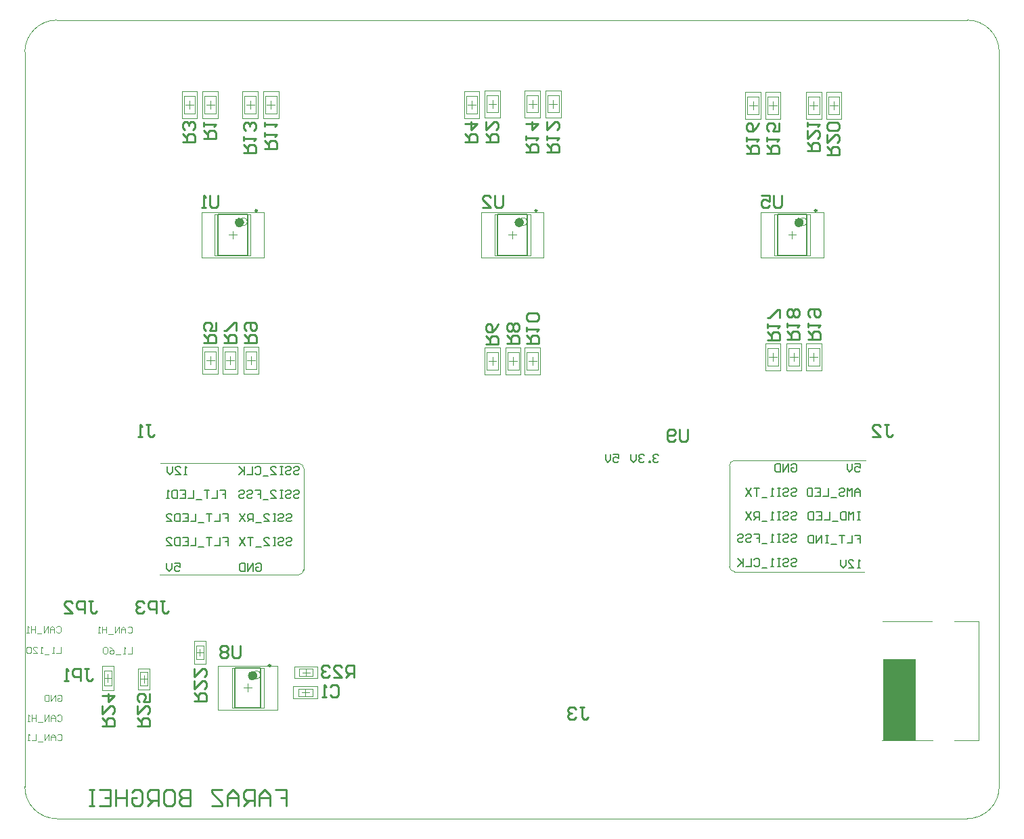
<source format=gbo>
G04*
G04 #@! TF.GenerationSoftware,Altium Limited,Altium Designer,19.1.8 (144)*
G04*
G04 Layer_Color=32896*
%FSLAX25Y25*%
%MOIN*%
G70*
G01*
G75*
%ADD10C,0.01000*%
%ADD13C,0.00394*%
%ADD14R,0.15945X0.40158*%
%ADD15C,0.00197*%
%ADD56C,0.00984*%
%ADD57C,0.02362*%
%ADD58C,0.00787*%
%ADD59C,0.00591*%
D10*
X210630Y354724D02*
X216628D01*
Y357723D01*
X215628Y358723D01*
X213629D01*
X212629Y357723D01*
Y354724D01*
Y356724D02*
X210630Y358723D01*
Y364721D02*
Y360722D01*
X214629Y364721D01*
X215628D01*
X216628Y363721D01*
Y361722D01*
X215628Y360722D01*
X216628Y370719D02*
Y366721D01*
X213629D01*
X214629Y368720D01*
Y369720D01*
X213629Y370719D01*
X211630D01*
X210630Y369720D01*
Y367720D01*
X211630Y366721D01*
X193307Y354724D02*
X199305D01*
Y357723D01*
X198305Y358723D01*
X196306D01*
X195306Y357723D01*
Y354724D01*
Y356724D02*
X193307Y358723D01*
Y364721D02*
Y360722D01*
X197306Y364721D01*
X198305D01*
X199305Y363721D01*
Y361722D01*
X198305Y360722D01*
X193307Y369720D02*
X199305D01*
X196306Y366721D01*
Y370719D01*
X238583Y366929D02*
X244581D01*
Y369928D01*
X243581Y370928D01*
X241582D01*
X240582Y369928D01*
Y366929D01*
Y368929D02*
X238583Y370928D01*
Y376926D02*
Y372927D01*
X242581Y376926D01*
X243581D01*
X244581Y375926D01*
Y373927D01*
X243581Y372927D01*
X238583Y382924D02*
Y378925D01*
X242581Y382924D01*
X243581D01*
X244581Y381924D01*
Y379925D01*
X243581Y378925D01*
X221815Y416497D02*
X223815D01*
X222815D01*
Y411498D01*
X223815Y410498D01*
X224815D01*
X225814Y411498D01*
X219816Y410498D02*
Y416497D01*
X216817D01*
X215817Y415497D01*
Y413497D01*
X216817Y412498D01*
X219816D01*
X213818Y415497D02*
X212818Y416497D01*
X210819D01*
X209819Y415497D01*
Y414497D01*
X210819Y413497D01*
X211819D01*
X210819D01*
X209819Y412498D01*
Y411498D01*
X210819Y410498D01*
X212818D01*
X213818Y411498D01*
X186730Y416460D02*
X188729D01*
X187729D01*
Y411461D01*
X188729Y410461D01*
X189729D01*
X190728Y411461D01*
X184730Y410461D02*
Y416460D01*
X181731D01*
X180732Y415460D01*
Y413460D01*
X181731Y412461D01*
X184730D01*
X174733Y410461D02*
X178732D01*
X174733Y414460D01*
Y415460D01*
X175733Y416460D01*
X177733D01*
X178732Y415460D01*
X278611Y323226D02*
X283858D01*
Y319290D01*
X281235D01*
X283858D01*
Y315354D01*
X275987D02*
Y320602D01*
X273363Y323226D01*
X270739Y320602D01*
Y315354D01*
Y319290D01*
X275987D01*
X268115Y315354D02*
Y323226D01*
X264180D01*
X262868Y321914D01*
Y319290D01*
X264180Y317978D01*
X268115D01*
X265492D02*
X262868Y315354D01*
X260244D02*
Y320602D01*
X257620Y323226D01*
X254996Y320602D01*
Y315354D01*
Y319290D01*
X260244D01*
X252372Y323226D02*
X247125D01*
Y321914D01*
X252372Y316666D01*
Y315354D01*
X247125D01*
X236629Y323226D02*
Y315354D01*
X232694D01*
X231382Y316666D01*
Y317978D01*
X232694Y319290D01*
X236629D01*
X232694D01*
X231382Y320602D01*
Y321914D01*
X232694Y323226D01*
X236629D01*
X224822D02*
X227446D01*
X228758Y321914D01*
Y316666D01*
X227446Y315354D01*
X224822D01*
X223510Y316666D01*
Y321914D01*
X224822Y323226D01*
X220886Y315354D02*
Y323226D01*
X216951D01*
X215639Y321914D01*
Y319290D01*
X216951Y317978D01*
X220886D01*
X218263D02*
X215639Y315354D01*
X207767Y321914D02*
X209079Y323226D01*
X211703D01*
X213015Y321914D01*
Y316666D01*
X211703Y315354D01*
X209079D01*
X207767Y316666D01*
Y319290D01*
X210391D01*
X205143Y323226D02*
Y315354D01*
Y319290D01*
X199896D01*
Y323226D01*
Y315354D01*
X192024Y323226D02*
X197272D01*
Y315354D01*
X192024D01*
X197272Y319290D02*
X194648D01*
X189400Y323226D02*
X186777D01*
X188089D01*
Y315354D01*
X189400D01*
X186777D01*
X184719Y383033D02*
X186718D01*
X185718D01*
Y378034D01*
X186718Y377035D01*
X187718D01*
X188717Y378034D01*
X182719Y377035D02*
Y383033D01*
X179720D01*
X178721Y382033D01*
Y380034D01*
X179720Y379034D01*
X182719D01*
X176721Y377035D02*
X174722D01*
X175722D01*
Y383033D01*
X176721Y382033D01*
X481496Y500880D02*
Y495882D01*
X480496Y494882D01*
X478497D01*
X477497Y495882D01*
Y500880D01*
X475498Y495882D02*
X474498Y494882D01*
X472499D01*
X471499Y495882D01*
Y499880D01*
X472499Y500880D01*
X474498D01*
X475498Y499880D01*
Y498881D01*
X474498Y497881D01*
X471499D01*
X578679Y503341D02*
X580678D01*
X579678D01*
Y498342D01*
X580678Y497342D01*
X581677D01*
X582677Y498342D01*
X572680Y497342D02*
X576679D01*
X572680Y501341D01*
Y502341D01*
X573680Y503341D01*
X575679D01*
X576679Y502341D01*
X214893Y503242D02*
X216892D01*
X215892D01*
Y498244D01*
X216892Y497244D01*
X217892D01*
X218891Y498244D01*
X212893Y497244D02*
X210894D01*
X211894D01*
Y503242D01*
X212893Y502243D01*
X428679Y363872D02*
X430678D01*
X429678D01*
Y358874D01*
X430678Y357874D01*
X431677D01*
X432677Y358874D01*
X426679Y362872D02*
X425679Y363872D01*
X423680D01*
X422680Y362872D01*
Y361873D01*
X423680Y360873D01*
X424680D01*
X423680D01*
X422680Y359873D01*
Y358874D01*
X423680Y357874D01*
X425679D01*
X426679Y358874D01*
X243307Y644488D02*
X249305D01*
Y647487D01*
X248306Y648487D01*
X246306D01*
X245306Y647487D01*
Y644488D01*
Y646488D02*
X243307Y648487D01*
Y650486D02*
Y652486D01*
Y651486D01*
X249305D01*
X248306Y650486D01*
X261244Y394422D02*
Y389423D01*
X260244Y388424D01*
X258245D01*
X257245Y389423D01*
Y394422D01*
X255246Y393422D02*
X254246Y394422D01*
X252247D01*
X251247Y393422D01*
Y392422D01*
X252247Y391423D01*
X251247Y390423D01*
Y389423D01*
X252247Y388424D01*
X254246D01*
X255246Y389423D01*
Y390423D01*
X254246Y391423D01*
X255246Y392422D01*
Y393422D01*
X254246Y391423D02*
X252247D01*
X527953Y616234D02*
Y611236D01*
X526953Y610236D01*
X524954D01*
X523954Y611236D01*
Y616234D01*
X517956D02*
X521955D01*
Y613235D01*
X519955Y614235D01*
X518956D01*
X517956Y613235D01*
Y611236D01*
X518956Y610236D01*
X520955D01*
X521955Y611236D01*
X390551Y616234D02*
Y611236D01*
X389551Y610236D01*
X387552D01*
X386553Y611236D01*
Y616234D01*
X380554Y610236D02*
X384553D01*
X380554Y614235D01*
Y615235D01*
X381554Y616234D01*
X383553D01*
X384553Y615235D01*
X250394Y616234D02*
Y611236D01*
X249394Y610236D01*
X247395D01*
X246395Y611236D01*
Y616234D01*
X244396Y610236D02*
X242396D01*
X243396D01*
Y616234D01*
X244396Y615235D01*
X317323Y378740D02*
Y384738D01*
X314324D01*
X313324Y383738D01*
Y381739D01*
X314324Y380739D01*
X317323D01*
X315323D02*
X313324Y378740D01*
X307326D02*
X311325D01*
X307326Y382739D01*
Y383738D01*
X308326Y384738D01*
X310325D01*
X311325Y383738D01*
X305327D02*
X304327Y384738D01*
X302328D01*
X301328Y383738D01*
Y382739D01*
X302328Y381739D01*
X303327D01*
X302328D01*
X301328Y380739D01*
Y379740D01*
X302328Y378740D01*
X304327D01*
X305327Y379740D01*
X540551Y638189D02*
X546549D01*
Y641188D01*
X545550Y642188D01*
X543550D01*
X542551Y641188D01*
Y638189D01*
Y640188D02*
X540551Y642188D01*
Y648186D02*
Y644187D01*
X544550Y648186D01*
X545550D01*
X546549Y647186D01*
Y645187D01*
X545550Y644187D01*
X540551Y650185D02*
Y652184D01*
Y651185D01*
X546549D01*
X545550Y650185D01*
X550394Y636221D02*
X556392D01*
Y639220D01*
X555392Y640219D01*
X553393D01*
X552393Y639220D01*
Y636221D01*
Y638220D02*
X550394Y640219D01*
Y646217D02*
Y642218D01*
X554392Y646217D01*
X555392D01*
X556392Y645218D01*
Y643218D01*
X555392Y642218D01*
Y648217D02*
X556392Y649216D01*
Y651216D01*
X555392Y652215D01*
X551393D01*
X550394Y651216D01*
Y649216D01*
X551393Y648217D01*
X555392D01*
X540945Y545276D02*
X546943D01*
Y548275D01*
X545943Y549274D01*
X543944D01*
X542944Y548275D01*
Y545276D01*
Y547275D02*
X540945Y549274D01*
Y551274D02*
Y553273D01*
Y552273D01*
X546943D01*
X545943Y551274D01*
X541945Y556272D02*
X540945Y557272D01*
Y559271D01*
X541945Y560271D01*
X545943D01*
X546943Y559271D01*
Y557272D01*
X545943Y556272D01*
X544944D01*
X543944Y557272D01*
Y560271D01*
X530709Y545276D02*
X536707D01*
Y548275D01*
X535707Y549274D01*
X533708D01*
X532708Y548275D01*
Y545276D01*
Y547275D02*
X530709Y549274D01*
Y551274D02*
Y553273D01*
Y552273D01*
X536707D01*
X535707Y551274D01*
Y556272D02*
X536707Y557272D01*
Y559271D01*
X535707Y560271D01*
X534707D01*
X533708Y559271D01*
X532708Y560271D01*
X531708D01*
X530709Y559271D01*
Y557272D01*
X531708Y556272D01*
X532708D01*
X533708Y557272D01*
X534707Y556272D01*
X535707D01*
X533708Y557272D02*
Y559271D01*
X520866Y544882D02*
X526864D01*
Y547881D01*
X525865Y548881D01*
X523865D01*
X522865Y547881D01*
Y544882D01*
Y546881D02*
X520866Y548881D01*
Y550880D02*
Y552879D01*
Y551880D01*
X526864D01*
X525865Y550880D01*
X526864Y555878D02*
Y559877D01*
X525865D01*
X521866Y555878D01*
X520866D01*
X510630Y637008D02*
X516628D01*
Y640007D01*
X515628Y641007D01*
X513629D01*
X512629Y640007D01*
Y637008D01*
Y639007D02*
X510630Y641007D01*
Y643006D02*
Y645005D01*
Y644006D01*
X516628D01*
X515628Y643006D01*
X516628Y652003D02*
X515628Y650004D01*
X513629Y648004D01*
X511630D01*
X510630Y649004D01*
Y651003D01*
X511630Y652003D01*
X512629D01*
X513629Y651003D01*
Y648004D01*
X520472Y637008D02*
X526471D01*
Y640007D01*
X525471Y641007D01*
X523471D01*
X522472Y640007D01*
Y637008D01*
Y639007D02*
X520472Y641007D01*
Y643006D02*
Y645005D01*
Y644006D01*
X526471D01*
X525471Y643006D01*
X526471Y652003D02*
Y648004D01*
X523471D01*
X524471Y650004D01*
Y651003D01*
X523471Y652003D01*
X521472D01*
X520472Y651003D01*
Y649004D01*
X521472Y648004D01*
X401968Y637795D02*
X407967D01*
Y640794D01*
X406967Y641794D01*
X404967D01*
X403968Y640794D01*
Y637795D01*
Y639795D02*
X401968Y641794D01*
Y643793D02*
Y645793D01*
Y644793D01*
X407967D01*
X406967Y643793D01*
X401968Y651791D02*
X407967D01*
X404967Y648792D01*
Y652790D01*
X262992Y637402D02*
X268990D01*
Y640401D01*
X267990Y641400D01*
X265991D01*
X264991Y640401D01*
Y637402D01*
Y639401D02*
X262992Y641400D01*
Y643400D02*
Y645399D01*
Y644399D01*
X268990D01*
X267990Y643400D01*
Y648398D02*
X268990Y649398D01*
Y651397D01*
X267990Y652397D01*
X266991D01*
X265991Y651397D01*
Y650397D01*
Y651397D01*
X264991Y652397D01*
X263992D01*
X262992Y651397D01*
Y649398D01*
X263992Y648398D01*
X412205Y637795D02*
X418203D01*
Y640794D01*
X417203Y641794D01*
X415204D01*
X414204Y640794D01*
Y637795D01*
Y639795D02*
X412205Y641794D01*
Y643793D02*
Y645793D01*
Y644793D01*
X418203D01*
X417203Y643793D01*
X412205Y652790D02*
Y648792D01*
X416203Y652790D01*
X417203D01*
X418203Y651791D01*
Y649791D01*
X417203Y648792D01*
X273228Y639370D02*
X279226D01*
Y642369D01*
X278227Y643369D01*
X276227D01*
X275228Y642369D01*
Y639370D01*
Y641369D02*
X273228Y643369D01*
Y645368D02*
Y647367D01*
Y646368D01*
X279226D01*
X278227Y645368D01*
X273228Y650366D02*
Y652366D01*
Y651366D01*
X279226D01*
X278227Y650366D01*
X402362Y543307D02*
X408360D01*
Y546306D01*
X407361Y547306D01*
X405361D01*
X404362Y546306D01*
Y543307D01*
Y545306D02*
X402362Y547306D01*
Y549305D02*
Y551304D01*
Y550305D01*
X408360D01*
X407361Y549305D01*
Y554304D02*
X408360Y555303D01*
Y557303D01*
X407361Y558302D01*
X403362D01*
X402362Y557303D01*
Y555303D01*
X403362Y554304D01*
X407361D01*
X263386Y543701D02*
X269384D01*
Y546700D01*
X268384Y547699D01*
X266385D01*
X265385Y546700D01*
Y543701D01*
Y545700D02*
X263386Y547699D01*
X264386Y549699D02*
X263386Y550699D01*
Y552698D01*
X264386Y553698D01*
X268384D01*
X269384Y552698D01*
Y550699D01*
X268384Y549699D01*
X267385D01*
X266385Y550699D01*
Y553698D01*
X392520Y543307D02*
X398518D01*
Y546306D01*
X397518Y547306D01*
X395519D01*
X394519Y546306D01*
Y543307D01*
Y545306D02*
X392520Y547306D01*
X397518Y549305D02*
X398518Y550305D01*
Y552304D01*
X397518Y553304D01*
X396518D01*
X395519Y552304D01*
X394519Y553304D01*
X393519D01*
X392520Y552304D01*
Y550305D01*
X393519Y549305D01*
X394519D01*
X395519Y550305D01*
X396518Y549305D01*
X397518D01*
X395519Y550305D02*
Y552304D01*
X253150Y543701D02*
X259148D01*
Y546700D01*
X258148Y547699D01*
X256149D01*
X255149Y546700D01*
Y543701D01*
Y545700D02*
X253150Y547699D01*
X259148Y549699D02*
Y553697D01*
X258148D01*
X254149Y549699D01*
X253150D01*
X382283Y542913D02*
X388281D01*
Y545912D01*
X387282Y546912D01*
X385282D01*
X384283Y545912D01*
Y542913D01*
Y544913D02*
X382283Y546912D01*
X388281Y552910D02*
X387282Y550911D01*
X385282Y548911D01*
X383283D01*
X382283Y549911D01*
Y551910D01*
X383283Y552910D01*
X384283D01*
X385282Y551910D01*
Y548911D01*
X243307Y543701D02*
X249305D01*
Y546700D01*
X248306Y547699D01*
X246306D01*
X245306Y546700D01*
Y543701D01*
Y545700D02*
X243307Y547699D01*
X249305Y553697D02*
Y549699D01*
X246306D01*
X247306Y551698D01*
Y552698D01*
X246306Y553697D01*
X244307D01*
X243307Y552698D01*
Y550699D01*
X244307Y549699D01*
X372047Y642520D02*
X378045D01*
Y645519D01*
X377046Y646518D01*
X375046D01*
X374047Y645519D01*
Y642520D01*
Y644519D02*
X372047Y646518D01*
Y651517D02*
X378045D01*
X375046Y648518D01*
Y652517D01*
X233071Y642520D02*
X239069D01*
Y645519D01*
X238069Y646518D01*
X236070D01*
X235070Y645519D01*
Y642520D01*
Y644519D02*
X233071Y646518D01*
X238069Y648518D02*
X239069Y649517D01*
Y651517D01*
X238069Y652516D01*
X237070D01*
X236070Y651517D01*
Y650517D01*
Y651517D01*
X235070Y652516D01*
X234071D01*
X233071Y651517D01*
Y649517D01*
X234071Y648518D01*
X382283Y642520D02*
X388281D01*
Y645519D01*
X387282Y646518D01*
X385282D01*
X384283Y645519D01*
Y642520D01*
Y644519D02*
X382283Y646518D01*
Y652517D02*
Y648518D01*
X386282Y652517D01*
X387282D01*
X388281Y651517D01*
Y649517D01*
X387282Y648518D01*
X305450Y373896D02*
X306450Y374896D01*
X308449D01*
X309449Y373896D01*
Y369897D01*
X308449Y368898D01*
X306450D01*
X305450Y369897D01*
X303451Y368898D02*
X301451D01*
X302451D01*
Y374896D01*
X303451Y373896D01*
D13*
X502165Y433346D02*
G03*
X504705Y430807I2539J0D01*
G01*
X504724Y485630D02*
G03*
X502185Y483091I0J-2539D01*
G01*
X289981Y429252D02*
G03*
X292520Y431791I-114J2653D01*
G01*
X292520Y481713D02*
G03*
X289981Y484252I-2539J0D01*
G01*
X502165Y433346D02*
Y483091D01*
X504705Y430807D02*
X568701Y430807D01*
X504724Y485630D02*
X569193D01*
X221457Y429232D02*
X290059Y429232D01*
X221949Y484252D02*
X289981Y484252D01*
X292520Y431595D02*
Y481713D01*
X205775Y403254D02*
X206300Y403779D01*
X207349D01*
X207874Y403254D01*
Y401155D01*
X207349Y400630D01*
X206300D01*
X205775Y401155D01*
X204725Y400630D02*
Y402729D01*
X203676Y403779D01*
X202626Y402729D01*
Y400630D01*
Y402204D01*
X204725D01*
X201577Y400630D02*
Y403779D01*
X199478Y400630D01*
Y403779D01*
X198428Y400105D02*
X196329D01*
X195280Y403779D02*
Y400630D01*
Y402204D01*
X193181D01*
Y403779D01*
Y400630D01*
X192131D02*
X191082D01*
X191606D01*
Y403779D01*
X192131Y403254D01*
X207874Y393542D02*
Y390394D01*
X205775D01*
X204725D02*
X203676D01*
X204201D01*
Y393542D01*
X204725Y393018D01*
X202102Y389869D02*
X200003D01*
X196854Y393542D02*
X197904Y393018D01*
X198953Y391968D01*
Y390918D01*
X198428Y390394D01*
X197379D01*
X196854Y390918D01*
Y391443D01*
X197379Y391968D01*
X198953D01*
X195804Y393018D02*
X195280Y393542D01*
X194230D01*
X193705Y393018D01*
Y390918D01*
X194230Y390394D01*
X195280D01*
X195804Y390918D01*
Y393018D01*
X172835Y393700D02*
Y390551D01*
X170736D01*
X169686D02*
X168637D01*
X169161D01*
Y393700D01*
X169686Y393175D01*
X167062Y390026D02*
X164963D01*
X163914Y390551D02*
X162864D01*
X163389D01*
Y393700D01*
X163914Y393175D01*
X159191Y390551D02*
X161290D01*
X159191Y392650D01*
Y393175D01*
X159715Y393700D01*
X160765D01*
X161290Y393175D01*
X158141D02*
X157616Y393700D01*
X156567D01*
X156042Y393175D01*
Y391076D01*
X156567Y390551D01*
X157616D01*
X158141Y391076D01*
Y393175D01*
X170736Y403411D02*
X171260Y403936D01*
X172310D01*
X172835Y403411D01*
Y401312D01*
X172310Y400787D01*
X171260D01*
X170736Y401312D01*
X169686Y400787D02*
Y402886D01*
X168637Y403936D01*
X167587Y402886D01*
Y400787D01*
Y402362D01*
X169686D01*
X166537Y400787D02*
Y403936D01*
X164438Y400787D01*
Y403936D01*
X163389Y400263D02*
X161290D01*
X160240Y403936D02*
Y400787D01*
Y402362D01*
X158141D01*
Y403936D01*
Y400787D01*
X157092D02*
X156042D01*
X156567D01*
Y403936D01*
X157092Y403411D01*
X171129Y369553D02*
X171654Y370078D01*
X172704D01*
X173228Y369553D01*
Y367454D01*
X172704Y366929D01*
X171654D01*
X171129Y367454D01*
Y368503D01*
X172179D01*
X170080Y366929D02*
Y370078D01*
X167981Y366929D01*
Y370078D01*
X166931D02*
Y366929D01*
X165357D01*
X164832Y367454D01*
Y369553D01*
X165357Y370078D01*
X166931D01*
X171129Y350262D02*
X171654Y350786D01*
X172704D01*
X173228Y350262D01*
Y348163D01*
X172704Y347638D01*
X171654D01*
X171129Y348163D01*
X170080Y347638D02*
Y349737D01*
X169030Y350786D01*
X167981Y349737D01*
Y347638D01*
Y349212D01*
X170080D01*
X166931Y347638D02*
Y350786D01*
X164832Y347638D01*
Y350786D01*
X163783Y347113D02*
X161683D01*
X160634Y350786D02*
Y347638D01*
X158535D01*
X157485D02*
X156436D01*
X156961D01*
Y350786D01*
X157485Y350262D01*
X171129Y359710D02*
X171654Y360235D01*
X172704D01*
X173228Y359710D01*
Y357611D01*
X172704Y357087D01*
X171654D01*
X171129Y357611D01*
X170080Y357087D02*
Y359186D01*
X169030Y360235D01*
X167981Y359186D01*
Y357087D01*
Y358661D01*
X170080D01*
X166931Y357087D02*
Y360235D01*
X164832Y357087D01*
Y360235D01*
X163783Y356562D02*
X161683D01*
X160634Y360235D02*
Y357087D01*
Y358661D01*
X158535D01*
Y360235D01*
Y357087D01*
X157485D02*
X156436D01*
X156961D01*
Y360235D01*
X157485Y359710D01*
X577461Y406496D02*
X602067D01*
X577362Y347638D02*
X602165D01*
X624803D02*
Y406496D01*
X612894D02*
X624803D01*
X612894Y347638D02*
X624803D01*
X155118Y324803D02*
G03*
X170866Y309055I15748J0D01*
G01*
X619291D02*
G03*
X635039Y324803I0J15748D01*
G01*
Y687008D02*
G03*
X619291Y702756I-15748J0D01*
G01*
X170866D02*
G03*
X155118Y687008I0J-15748D01*
G01*
X170866Y309055D02*
X619291Y309055D01*
X170866Y702756D02*
X619291Y702756D01*
X155118Y324803D02*
X155118Y687008D01*
X635039Y324803D02*
X635039Y687008D01*
X271260Y379921D02*
G03*
X271260Y379921I-1969J0D01*
G01*
X540354Y603346D02*
G03*
X540354Y603346I-1969J0D01*
G01*
X402559D02*
G03*
X402559Y603346I-1969J0D01*
G01*
X264764D02*
G03*
X264764Y603346I-1969J0D01*
G01*
X211910Y374606D02*
Y381299D01*
X215650Y374606D02*
Y381299D01*
X211910D02*
X215650D01*
X211910Y374606D02*
X215650D01*
X194095Y374803D02*
Y381890D01*
X198031Y374803D02*
Y381890D01*
X194095D02*
X198031D01*
X194095Y374803D02*
X198031D01*
X239567Y387598D02*
X243110D01*
X239567Y394291D02*
X243110D01*
Y387598D02*
Y394291D01*
X239567Y387598D02*
Y394291D01*
X243701Y656791D02*
Y665256D01*
X249213Y656791D02*
Y665256D01*
X243701D02*
X249213D01*
X243701Y656791D02*
X249213D01*
X272835Y363779D02*
Y383465D01*
X257087Y363779D02*
Y383465D01*
X272835D01*
X257087Y363779D02*
X272835D01*
X524213Y586811D02*
X541929D01*
X524213Y606890D02*
X541929D01*
X524213Y586811D02*
Y606890D01*
X541929Y586811D02*
Y606890D01*
X386417Y586811D02*
X404134D01*
X386417Y606890D02*
X404134D01*
X386417Y586811D02*
Y606890D01*
X404134Y586811D02*
Y606890D01*
X248622Y586811D02*
X266339D01*
X248622Y606890D02*
X266339D01*
X248622Y586811D02*
Y606890D01*
X266339Y586811D02*
Y606890D01*
X290354Y382874D02*
X297047D01*
X290354Y379331D02*
X297047D01*
Y382874D01*
X290354Y379331D02*
Y382874D01*
X540945Y656398D02*
X546457D01*
X540945Y664862D02*
X546457D01*
Y656398D02*
Y664862D01*
X540945Y656398D02*
Y664862D01*
X550787Y656398D02*
X556299D01*
X550787Y664862D02*
X556299D01*
Y656398D02*
Y664862D01*
X550787Y656398D02*
Y664862D01*
X540945Y540846D02*
X546457D01*
X540945Y532382D02*
X546457D01*
X540945D02*
Y540846D01*
X546457Y532382D02*
Y540846D01*
X531102D02*
X536614D01*
X531102Y532382D02*
X536614D01*
X531102D02*
Y540846D01*
X536614Y532382D02*
Y540846D01*
X520866D02*
X526378D01*
X520866Y532382D02*
X526378D01*
X520866D02*
Y540846D01*
X526378Y532382D02*
Y540846D01*
X511024Y656398D02*
X516535D01*
X511024Y664862D02*
X516535D01*
Y656398D02*
Y664862D01*
X511024Y656398D02*
Y664862D01*
X520866Y656398D02*
X526378D01*
X520866Y664862D02*
X526378D01*
Y656398D02*
Y664862D01*
X520866Y656398D02*
Y664862D01*
X402362Y657185D02*
X407874D01*
X402362Y665650D02*
X407874D01*
Y657185D02*
Y665650D01*
X402362Y657185D02*
Y665650D01*
X263386Y656791D02*
X268898D01*
X263386Y665256D02*
X268898D01*
Y656791D02*
Y665256D01*
X263386Y656791D02*
Y665256D01*
X412598Y657185D02*
X418110D01*
X412598Y665650D02*
X418110D01*
Y657185D02*
Y665650D01*
X412598Y657185D02*
Y665650D01*
X273622Y656791D02*
X279134D01*
X273622Y665256D02*
X279134D01*
Y656791D02*
Y665256D01*
X273622Y656791D02*
Y665256D01*
X402362Y538878D02*
X407874D01*
X402362Y530413D02*
X407874D01*
X402362D02*
Y538878D01*
X407874Y530413D02*
Y538878D01*
X263779Y539272D02*
X269291D01*
X263779Y530807D02*
X269291D01*
X263779D02*
Y539272D01*
X269291Y530807D02*
Y539272D01*
X392913Y538878D02*
X398425D01*
X392913Y530413D02*
X398425D01*
X392913D02*
Y538878D01*
X398425Y530413D02*
Y538878D01*
X253543Y539272D02*
X259055D01*
X253543Y530807D02*
X259055D01*
X253543D02*
Y539272D01*
X259055Y530807D02*
Y539272D01*
X382677Y538878D02*
X388189D01*
X382677Y530413D02*
X388189D01*
X382677D02*
Y538878D01*
X388189Y530413D02*
Y538878D01*
X243701Y539272D02*
X249213D01*
X243701Y530807D02*
X249213D01*
X243701D02*
Y539272D01*
X249213Y530807D02*
Y539272D01*
X372441Y656791D02*
X377953D01*
X372441Y665256D02*
X377953D01*
Y656791D02*
Y665256D01*
X372441Y656791D02*
Y665256D01*
X233465Y656791D02*
X238976D01*
X233465Y665256D02*
X238976D01*
Y656791D02*
Y665256D01*
X233465Y656791D02*
Y665256D01*
X382677Y657185D02*
X388189D01*
X382677Y665650D02*
X388189D01*
Y657185D02*
Y665650D01*
X382677Y657185D02*
Y665650D01*
X296752Y369390D02*
Y373130D01*
X289862Y369390D02*
Y373130D01*
X296752D01*
X289862Y369390D02*
X296752D01*
X211910Y377953D02*
X215650D01*
X213779Y376083D02*
Y379823D01*
X194095Y378346D02*
X198031D01*
X196063Y376378D02*
Y380315D01*
X241339Y389173D02*
Y392717D01*
X239567Y390945D02*
X243110D01*
X244488Y661024D02*
X248425D01*
X246457Y659055D02*
Y662992D01*
X262992Y373622D02*
X266929D01*
X264961Y371654D02*
Y375590D01*
X533071Y594882D02*
Y598819D01*
X531102Y596850D02*
X535039D01*
X395276Y594882D02*
Y598819D01*
X393307Y596850D02*
X397244D01*
X257480Y594882D02*
Y598819D01*
X255512Y596850D02*
X259449D01*
X293701Y379331D02*
Y382874D01*
X291929Y381102D02*
X295472D01*
X543701Y658661D02*
Y662598D01*
X541732Y660630D02*
X545669D01*
X553543Y658661D02*
Y662598D01*
X551575Y660630D02*
X555512D01*
X543701Y534646D02*
Y538583D01*
X541732Y536614D02*
X545669D01*
X533858Y534646D02*
Y538583D01*
X531890Y536614D02*
X535827D01*
X523622Y534646D02*
Y538583D01*
X521654Y536614D02*
X525591D01*
X513779Y658661D02*
Y662598D01*
X511811Y660630D02*
X515748D01*
X523622Y658661D02*
Y662598D01*
X521654Y660630D02*
X525591D01*
X405118Y659449D02*
Y663386D01*
X403150Y661417D02*
X407087D01*
X266142Y659055D02*
Y662992D01*
X264173Y661024D02*
X268110D01*
X415354Y659449D02*
Y663386D01*
X413386Y661417D02*
X417323D01*
X276378Y659055D02*
Y662992D01*
X274410Y661024D02*
X278346D01*
X405118Y532677D02*
Y536614D01*
X403150Y534646D02*
X407087D01*
X266535Y533071D02*
Y537008D01*
X264567Y535039D02*
X268504D01*
X395669Y532677D02*
Y536614D01*
X393701Y534646D02*
X397638D01*
X256299Y533071D02*
Y537008D01*
X254331Y535039D02*
X258268D01*
X385433Y532677D02*
Y536614D01*
X383465Y534646D02*
X387402D01*
X246457Y533071D02*
Y537008D01*
X244488Y535039D02*
X248425D01*
X375197Y659055D02*
Y662992D01*
X373228Y661024D02*
X377165D01*
X236221Y659055D02*
Y662992D01*
X234252Y661024D02*
X238189D01*
X385433Y659449D02*
Y663386D01*
X383465Y661417D02*
X387402D01*
X291437Y371260D02*
X295177D01*
X293307Y369390D02*
Y373130D01*
D14*
X585925Y367814D02*
D03*
D15*
X210827Y372835D02*
Y383071D01*
X216732Y372835D02*
Y383071D01*
X210827D02*
X216732D01*
X210827Y372835D02*
X216732D01*
X193110Y372441D02*
Y384252D01*
X199016Y372441D02*
Y384252D01*
X193110D02*
X199016D01*
X193110Y372441D02*
X199016D01*
X238583Y385236D02*
X244094D01*
X238583Y396654D02*
X244094D01*
Y385236D02*
Y396654D01*
X238583Y385236D02*
Y396654D01*
X242717Y654331D02*
Y667717D01*
X250197Y654331D02*
Y667717D01*
X242717D02*
X250197D01*
X242717Y654331D02*
X250197D01*
X279528Y362795D02*
Y384449D01*
X250394Y362795D02*
Y384449D01*
X279528D01*
X250394Y362795D02*
X279528D01*
X517717Y585827D02*
X548425D01*
X517717Y607874D02*
X548425D01*
X517717Y585827D02*
Y607874D01*
X548425Y585827D02*
Y607874D01*
X379921Y585827D02*
X410630D01*
X379921Y607874D02*
X410630D01*
X379921Y585827D02*
Y607874D01*
X410630Y585827D02*
Y607874D01*
X242126Y585827D02*
X272835D01*
X242126Y607874D02*
X272835D01*
X242126Y585827D02*
Y607874D01*
X272835Y585827D02*
Y607874D01*
X287992Y383858D02*
X299410D01*
X287992Y378346D02*
X299410D01*
Y383858D01*
X287992Y378346D02*
Y383858D01*
X539961Y653937D02*
X547441D01*
X539961Y667323D02*
X547441D01*
Y653937D02*
Y667323D01*
X539961Y653937D02*
Y667323D01*
X549803Y653937D02*
X557283D01*
X549803Y667323D02*
X557283D01*
Y653937D02*
Y667323D01*
X549803Y653937D02*
Y667323D01*
X539961Y543307D02*
X547441D01*
X539961Y529921D02*
X547441D01*
X539961D02*
Y543307D01*
X547441Y529921D02*
Y543307D01*
X530118D02*
X537598D01*
X530118Y529921D02*
X537598D01*
X530118D02*
Y543307D01*
X537598Y529921D02*
Y543307D01*
X519882D02*
X527362D01*
X519882Y529921D02*
X527362D01*
X519882D02*
Y543307D01*
X527362Y529921D02*
Y543307D01*
X510039Y653937D02*
X517520D01*
X510039Y667323D02*
X517520D01*
Y653937D02*
Y667323D01*
X510039Y653937D02*
Y667323D01*
X519882Y653937D02*
X527362D01*
X519882Y667323D02*
X527362D01*
Y653937D02*
Y667323D01*
X519882Y653937D02*
Y667323D01*
X401378Y654724D02*
X408858D01*
X401378Y668110D02*
X408858D01*
Y654724D02*
Y668110D01*
X401378Y654724D02*
Y668110D01*
X262402Y654331D02*
X269882D01*
X262402Y667717D02*
X269882D01*
Y654331D02*
Y667717D01*
X262402Y654331D02*
Y667717D01*
X411614Y654724D02*
X419095D01*
X411614Y668110D02*
X419095D01*
Y654724D02*
Y668110D01*
X411614Y654724D02*
Y668110D01*
X272638Y654331D02*
X280118D01*
X272638Y667717D02*
X280118D01*
Y654331D02*
Y667717D01*
X272638Y654331D02*
Y667717D01*
X401378Y541339D02*
X408858D01*
X401378Y527953D02*
X408858D01*
X401378D02*
Y541339D01*
X408858Y527953D02*
Y541339D01*
X262795Y541732D02*
X270276D01*
X262795Y528346D02*
X270276D01*
X262795D02*
Y541732D01*
X270276Y528346D02*
Y541732D01*
X391929Y541339D02*
X399409D01*
X391929Y527953D02*
X399409D01*
X391929D02*
Y541339D01*
X399409Y527953D02*
Y541339D01*
X252559Y541732D02*
X260039D01*
X252559Y528346D02*
X260039D01*
X252559D02*
Y541732D01*
X260039Y528346D02*
Y541732D01*
X381693Y541339D02*
X389173D01*
X381693Y527953D02*
X389173D01*
X381693D02*
Y541339D01*
X389173Y527953D02*
Y541339D01*
X242717Y541732D02*
X250197D01*
X242717Y528346D02*
X250197D01*
X242717D02*
Y541732D01*
X250197Y528346D02*
Y541732D01*
X371457Y654331D02*
X378937D01*
X371457Y667717D02*
X378937D01*
Y654331D02*
Y667717D01*
X371457Y654331D02*
Y667717D01*
X232480Y654331D02*
X239961D01*
X232480Y667717D02*
X239961D01*
Y654331D02*
Y667717D01*
X232480Y654331D02*
Y667717D01*
X381693Y654724D02*
X389173D01*
X381693Y668110D02*
X389173D01*
Y654724D02*
Y668110D01*
X381693Y654724D02*
Y668110D01*
X299213Y368307D02*
Y374213D01*
X287402Y368307D02*
Y374213D01*
X299213D01*
X287402Y368307D02*
X299213D01*
D56*
X276181Y384469D02*
G03*
X276181Y384469I-492J0D01*
G01*
X545177Y608858D02*
G03*
X545177Y608858I-492J0D01*
G01*
X407382D02*
G03*
X407382Y608858I-492J0D01*
G01*
X269587D02*
G03*
X269587Y608858I-492J0D01*
G01*
D57*
X268504Y379528D02*
G03*
X268504Y379528I-1181J0D01*
G01*
X537598Y602953D02*
G03*
X537598Y602953I-1181J0D01*
G01*
X399803D02*
G03*
X399803Y602953I-1181J0D01*
G01*
X262008D02*
G03*
X262008Y602953I-1181J0D01*
G01*
D58*
X271260Y363779D02*
Y383465D01*
X258661Y363779D02*
Y383465D01*
X271260D01*
X258661Y363779D02*
X271260D01*
X525787Y586811D02*
X540354D01*
X525787Y606890D02*
X540354D01*
X525787Y586811D02*
Y606890D01*
X540354Y586811D02*
Y606890D01*
X387992Y586811D02*
X402559D01*
X387992Y606890D02*
X402559D01*
X387992Y586811D02*
Y606890D01*
X402559Y586811D02*
Y606890D01*
X250197Y586811D02*
X264764D01*
X250197Y606890D02*
X264764D01*
X250197Y586811D02*
Y606890D01*
X264764Y586811D02*
Y606890D01*
D59*
X268833Y434185D02*
X269489Y434841D01*
X270801D01*
X271457Y434185D01*
Y431562D01*
X270801Y430905D01*
X269489D01*
X268833Y431562D01*
Y432873D01*
X270145D01*
X267521Y430905D02*
Y434841D01*
X264897Y430905D01*
Y434841D01*
X263585D02*
Y430905D01*
X261617D01*
X260961Y431562D01*
Y434185D01*
X261617Y434841D01*
X263585D01*
X287527Y482020D02*
X288183Y482676D01*
X289495D01*
X290151Y482020D01*
Y481364D01*
X289495Y480708D01*
X288183D01*
X287527Y480052D01*
Y479396D01*
X288183Y478740D01*
X289495D01*
X290151Y479396D01*
X283592Y482020D02*
X284247Y482676D01*
X285559D01*
X286215Y482020D01*
Y481364D01*
X285559Y480708D01*
X284247D01*
X283592Y480052D01*
Y479396D01*
X284247Y478740D01*
X285559D01*
X286215Y479396D01*
X282280Y482676D02*
X280968D01*
X281624D01*
Y478740D01*
X282280D01*
X280968D01*
X276376D02*
X279000D01*
X276376Y481364D01*
Y482020D01*
X277032Y482676D01*
X278344D01*
X279000Y482020D01*
X275064Y478084D02*
X272440D01*
X268505Y482020D02*
X269161Y482676D01*
X270472D01*
X271128Y482020D01*
Y479396D01*
X270472Y478740D01*
X269161D01*
X268505Y479396D01*
X267193Y482676D02*
Y478740D01*
X264569D01*
X263257Y482676D02*
Y478740D01*
Y480052D01*
X260633Y482676D01*
X262601Y480708D01*
X260633Y478740D01*
X283984Y458792D02*
X284640Y459447D01*
X285952D01*
X286608Y458792D01*
Y458136D01*
X285952Y457480D01*
X284640D01*
X283984Y456824D01*
Y456168D01*
X284640Y455512D01*
X285952D01*
X286608Y456168D01*
X280048Y458792D02*
X280704Y459447D01*
X282016D01*
X282672Y458792D01*
Y458136D01*
X282016Y457480D01*
X280704D01*
X280048Y456824D01*
Y456168D01*
X280704Y455512D01*
X282016D01*
X282672Y456168D01*
X278736Y459447D02*
X277424D01*
X278080D01*
Y455512D01*
X278736D01*
X277424D01*
X272833D02*
X275457D01*
X272833Y458136D01*
Y458792D01*
X273489Y459447D01*
X274801D01*
X275457Y458792D01*
X271521Y454856D02*
X268897D01*
X267585Y455512D02*
Y459447D01*
X265617D01*
X264961Y458792D01*
Y457480D01*
X265617Y456824D01*
X267585D01*
X266273D02*
X264961Y455512D01*
X263649Y459447D02*
X261026Y455512D01*
Y459447D02*
X263649Y455512D01*
X283984Y446981D02*
X284640Y447637D01*
X285952D01*
X286608Y446981D01*
Y446325D01*
X285952Y445669D01*
X284640D01*
X283984Y445013D01*
Y444357D01*
X284640Y443701D01*
X285952D01*
X286608Y444357D01*
X280048Y446981D02*
X280704Y447637D01*
X282016D01*
X282672Y446981D01*
Y446325D01*
X282016Y445669D01*
X280704D01*
X280048Y445013D01*
Y444357D01*
X280704Y443701D01*
X282016D01*
X282672Y444357D01*
X278736Y447637D02*
X277424D01*
X278080D01*
Y443701D01*
X278736D01*
X277424D01*
X272833D02*
X275457D01*
X272833Y446325D01*
Y446981D01*
X273489Y447637D01*
X274801D01*
X275457Y446981D01*
X271521Y443045D02*
X268897D01*
X267585Y447637D02*
X264961D01*
X266273D01*
Y443701D01*
X263649Y447637D02*
X261026Y443701D01*
Y447637D02*
X263649Y443701D01*
X252488Y447637D02*
X255112D01*
Y445669D01*
X253800D01*
X255112D01*
Y443701D01*
X251176Y447637D02*
Y443701D01*
X248552D01*
X247240Y447637D02*
X244617D01*
X245928D01*
Y443701D01*
X243305Y443045D02*
X240681D01*
X239369Y447637D02*
Y443701D01*
X236745D01*
X232809Y447637D02*
X235433D01*
Y443701D01*
X232809D01*
X235433Y445669D02*
X234121D01*
X231497Y447637D02*
Y443701D01*
X229530D01*
X228873Y444357D01*
Y446981D01*
X229530Y447637D01*
X231497D01*
X224938Y443701D02*
X227562D01*
X224938Y446325D01*
Y446981D01*
X225594Y447637D01*
X226906D01*
X227562Y446981D01*
X228866Y435038D02*
X231490D01*
Y433070D01*
X230178Y433726D01*
X229522D01*
X228866Y433070D01*
Y431758D01*
X229522Y431102D01*
X230834D01*
X231490Y431758D01*
X227554Y435038D02*
Y432414D01*
X226242Y431102D01*
X224930Y432414D01*
Y435038D01*
X251307Y470865D02*
X253931D01*
Y468897D01*
X252619D01*
X253931D01*
Y466929D01*
X249995Y470865D02*
Y466929D01*
X247371D01*
X246059Y470865D02*
X243435D01*
X244747D01*
Y466929D01*
X242124Y466273D02*
X239500D01*
X238188Y470865D02*
Y466929D01*
X235564D01*
X231628Y470865D02*
X234252D01*
Y466929D01*
X231628D01*
X234252Y468897D02*
X232940D01*
X230316Y470865D02*
Y466929D01*
X228348D01*
X227692Y467585D01*
Y470209D01*
X228348Y470865D01*
X230316D01*
X226380Y466929D02*
X225069D01*
X225725D01*
Y470865D01*
X226380Y470209D01*
X252488Y459447D02*
X255112D01*
Y457480D01*
X253800D01*
X255112D01*
Y455512D01*
X251176Y459447D02*
Y455512D01*
X248552D01*
X247240Y459447D02*
X244617D01*
X245928D01*
Y455512D01*
X243305Y454856D02*
X240681D01*
X239369Y459447D02*
Y455512D01*
X236745D01*
X232809Y459447D02*
X235433D01*
Y455512D01*
X232809D01*
X235433Y457480D02*
X234121D01*
X231497Y459447D02*
Y455512D01*
X229530D01*
X228873Y456168D01*
Y458792D01*
X229530Y459447D01*
X231497D01*
X224938Y455512D02*
X227562D01*
X224938Y458136D01*
Y458792D01*
X225594Y459447D01*
X226906D01*
X227562Y458792D01*
X235033Y478740D02*
X233721D01*
X234377D01*
Y482676D01*
X235033Y482020D01*
X229129Y478740D02*
X231753D01*
X229129Y481364D01*
Y482020D01*
X229785Y482676D01*
X231097D01*
X231753Y482020D01*
X227818Y482676D02*
Y480052D01*
X226506Y478740D01*
X225194Y480052D01*
Y482676D01*
X287527Y470209D02*
X288183Y470865D01*
X289495D01*
X290151Y470209D01*
Y469553D01*
X289495Y468897D01*
X288183D01*
X287527Y468241D01*
Y467585D01*
X288183Y466929D01*
X289495D01*
X290151Y467585D01*
X283592Y470209D02*
X284247Y470865D01*
X285559D01*
X286215Y470209D01*
Y469553D01*
X285559Y468897D01*
X284247D01*
X283592Y468241D01*
Y467585D01*
X284247Y466929D01*
X285559D01*
X286215Y467585D01*
X282280Y470865D02*
X280968D01*
X281624D01*
Y466929D01*
X282280D01*
X280968D01*
X276376D02*
X279000D01*
X276376Y469553D01*
Y470209D01*
X277032Y470865D01*
X278344D01*
X279000Y470209D01*
X275064Y466273D02*
X272440D01*
X268505Y470865D02*
X271128D01*
Y468897D01*
X269816D01*
X271128D01*
Y466929D01*
X264569Y470209D02*
X265225Y470865D01*
X266537D01*
X267193Y470209D01*
Y469553D01*
X266537Y468897D01*
X265225D01*
X264569Y468241D01*
Y467585D01*
X265225Y466929D01*
X266537D01*
X267193Y467585D01*
X260633Y470209D02*
X261289Y470865D01*
X262601D01*
X263257Y470209D01*
Y469553D01*
X262601Y468897D01*
X261289D01*
X260633Y468241D01*
Y467585D01*
X261289Y466929D01*
X262601D01*
X263257Y467585D01*
X532534Y448555D02*
X533190Y449211D01*
X534502D01*
X535157Y448555D01*
Y447899D01*
X534502Y447243D01*
X533190D01*
X532534Y446588D01*
Y445931D01*
X533190Y445276D01*
X534502D01*
X535157Y445931D01*
X528598Y448555D02*
X529254Y449211D01*
X530566D01*
X531222Y448555D01*
Y447899D01*
X530566Y447243D01*
X529254D01*
X528598Y446588D01*
Y445931D01*
X529254Y445276D01*
X530566D01*
X531222Y445931D01*
X527286Y449211D02*
X525974D01*
X526630D01*
Y445276D01*
X527286D01*
X525974D01*
X524006D02*
X522694D01*
X523350D01*
Y449211D01*
X524006Y448555D01*
X520726Y444620D02*
X518103D01*
X514167Y449211D02*
X516791D01*
Y447243D01*
X515479D01*
X516791D01*
Y445276D01*
X510231Y448555D02*
X510887Y449211D01*
X512199D01*
X512855Y448555D01*
Y447899D01*
X512199Y447243D01*
X510887D01*
X510231Y446588D01*
Y445931D01*
X510887Y445276D01*
X512199D01*
X512855Y445931D01*
X506295Y448555D02*
X506951Y449211D01*
X508263D01*
X508919Y448555D01*
Y447899D01*
X508263Y447243D01*
X506951D01*
X506295Y446588D01*
Y445931D01*
X506951Y445276D01*
X508263D01*
X508919Y445931D01*
X532534Y459579D02*
X533190Y460235D01*
X534502D01*
X535157Y459579D01*
Y458923D01*
X534502Y458267D01*
X533190D01*
X532534Y457611D01*
Y456955D01*
X533190Y456299D01*
X534502D01*
X535157Y456955D01*
X528598Y459579D02*
X529254Y460235D01*
X530566D01*
X531222Y459579D01*
Y458923D01*
X530566Y458267D01*
X529254D01*
X528598Y457611D01*
Y456955D01*
X529254Y456299D01*
X530566D01*
X531222Y456955D01*
X527286Y460235D02*
X525974D01*
X526630D01*
Y456299D01*
X527286D01*
X525974D01*
X524006D02*
X522694D01*
X523350D01*
Y460235D01*
X524006Y459579D01*
X520726Y455643D02*
X518103D01*
X516791Y456299D02*
Y460235D01*
X514823D01*
X514167Y459579D01*
Y458267D01*
X514823Y457611D01*
X516791D01*
X515479D02*
X514167Y456299D01*
X512855Y460235D02*
X510231Y456299D01*
Y460235D02*
X512855Y456299D01*
X532534Y471390D02*
X533190Y472046D01*
X534502D01*
X535157Y471390D01*
Y470734D01*
X534502Y470078D01*
X533190D01*
X532534Y469422D01*
Y468766D01*
X533190Y468110D01*
X534502D01*
X535157Y468766D01*
X528598Y471390D02*
X529254Y472046D01*
X530566D01*
X531222Y471390D01*
Y470734D01*
X530566Y470078D01*
X529254D01*
X528598Y469422D01*
Y468766D01*
X529254Y468110D01*
X530566D01*
X531222Y468766D01*
X527286Y472046D02*
X525974D01*
X526630D01*
Y468110D01*
X527286D01*
X525974D01*
X524006D02*
X522694D01*
X523350D01*
Y472046D01*
X524006Y471390D01*
X520726Y467454D02*
X518103D01*
X516791Y472046D02*
X514167D01*
X515479D01*
Y468110D01*
X512855Y472046D02*
X510231Y468110D01*
Y472046D02*
X512855Y468110D01*
X532534Y436744D02*
X533190Y437400D01*
X534502D01*
X535157Y436744D01*
Y436088D01*
X534502Y435432D01*
X533190D01*
X532534Y434776D01*
Y434121D01*
X533190Y433465D01*
X534502D01*
X535157Y434121D01*
X528598Y436744D02*
X529254Y437400D01*
X530566D01*
X531222Y436744D01*
Y436088D01*
X530566Y435432D01*
X529254D01*
X528598Y434776D01*
Y434121D01*
X529254Y433465D01*
X530566D01*
X531222Y434121D01*
X527286Y437400D02*
X525974D01*
X526630D01*
Y433465D01*
X527286D01*
X525974D01*
X524006D02*
X522694D01*
X523350D01*
Y437400D01*
X524006Y436744D01*
X520726Y432809D02*
X518103D01*
X514167Y436744D02*
X514823Y437400D01*
X516135D01*
X516791Y436744D01*
Y434121D01*
X516135Y433465D01*
X514823D01*
X514167Y434121D01*
X512855Y437400D02*
Y433465D01*
X510231D01*
X508919Y437400D02*
Y433465D01*
Y434776D01*
X506295Y437400D01*
X508263Y435432D01*
X506295Y433465D01*
X566653Y432677D02*
X565342D01*
X565998D01*
Y436613D01*
X566653Y435957D01*
X560750Y432677D02*
X563374D01*
X560750Y435301D01*
Y435957D01*
X561406Y436613D01*
X562718D01*
X563374Y435957D01*
X559438Y436613D02*
Y433989D01*
X558126Y432677D01*
X556814Y433989D01*
Y436613D01*
X564030Y448818D02*
X566653D01*
Y446850D01*
X565342D01*
X566653D01*
Y444882D01*
X562718Y448818D02*
Y444882D01*
X560094D01*
X558782Y448818D02*
X556158D01*
X557470D01*
Y444882D01*
X554846Y444226D02*
X552222D01*
X550911Y448818D02*
X549599D01*
X550255D01*
Y444882D01*
X550911D01*
X549599D01*
X547631D02*
Y448818D01*
X545007Y444882D01*
Y448818D01*
X543695D02*
Y444882D01*
X541727D01*
X541071Y445538D01*
Y448162D01*
X541727Y448818D01*
X543695D01*
X566653Y460235D02*
X565342D01*
X565998D01*
Y456299D01*
X566653D01*
X565342D01*
X563374D02*
Y460235D01*
X562062Y458923D01*
X560750Y460235D01*
Y456299D01*
X559438Y460235D02*
Y456299D01*
X557470D01*
X556814Y456955D01*
Y459579D01*
X557470Y460235D01*
X559438D01*
X555502Y455643D02*
X552879D01*
X551567Y460235D02*
Y456299D01*
X548943D01*
X545007Y460235D02*
X547631D01*
Y456299D01*
X545007D01*
X547631Y458267D02*
X546319D01*
X543695Y460235D02*
Y456299D01*
X541727D01*
X541071Y456955D01*
Y459579D01*
X541727Y460235D01*
X543695D01*
X566653Y468110D02*
Y470734D01*
X565342Y472046D01*
X564030Y470734D01*
Y468110D01*
Y470078D01*
X566653D01*
X562718Y468110D02*
Y472046D01*
X561406Y470734D01*
X560094Y472046D01*
Y468110D01*
X556158Y471390D02*
X556814Y472046D01*
X558126D01*
X558782Y471390D01*
Y470734D01*
X558126Y470078D01*
X556814D01*
X556158Y469422D01*
Y468766D01*
X556814Y468110D01*
X558126D01*
X558782Y468766D01*
X554846Y467454D02*
X552222D01*
X550911Y472046D02*
Y468110D01*
X548287D01*
X544351Y472046D02*
X546975D01*
Y468110D01*
X544351D01*
X546975Y470078D02*
X545663D01*
X543039Y472046D02*
Y468110D01*
X541071D01*
X540415Y468766D01*
Y471390D01*
X541071Y472046D01*
X543039D01*
X532534Y483201D02*
X533190Y483857D01*
X534502D01*
X535157Y483201D01*
Y480577D01*
X534502Y479921D01*
X533190D01*
X532534Y480577D01*
Y481889D01*
X533846D01*
X531222Y479921D02*
Y483857D01*
X528598Y479921D01*
Y483857D01*
X527286D02*
Y479921D01*
X525318D01*
X524662Y480577D01*
Y483201D01*
X525318Y483857D01*
X527286D01*
X564030D02*
X566653D01*
Y481889D01*
X565342Y482545D01*
X564686D01*
X564030Y481889D01*
Y480577D01*
X564686Y479921D01*
X565998D01*
X566653Y480577D01*
X562718Y483857D02*
Y481233D01*
X561406Y479921D01*
X560094Y481233D01*
Y483857D01*
X445014Y488581D02*
X447638D01*
Y486614D01*
X446326Y487269D01*
X445670D01*
X445014Y486614D01*
Y485302D01*
X445670Y484646D01*
X446982D01*
X447638Y485302D01*
X443702Y488581D02*
Y485958D01*
X442390Y484646D01*
X441078Y485958D01*
Y488581D01*
X467323Y487925D02*
X466667Y488581D01*
X465355D01*
X464699Y487925D01*
Y487269D01*
X465355Y486614D01*
X466011D01*
X465355D01*
X464699Y485958D01*
Y485302D01*
X465355Y484646D01*
X466667D01*
X467323Y485302D01*
X463387Y484646D02*
Y485302D01*
X462731D01*
Y484646D01*
X463387D01*
X460107Y487925D02*
X459451Y488581D01*
X458139D01*
X457483Y487925D01*
Y487269D01*
X458139Y486614D01*
X458795D01*
X458139D01*
X457483Y485958D01*
Y485302D01*
X458139Y484646D01*
X459451D01*
X460107Y485302D01*
X456172Y488581D02*
Y485958D01*
X454860Y484646D01*
X453548Y485958D01*
Y488581D01*
M02*

</source>
